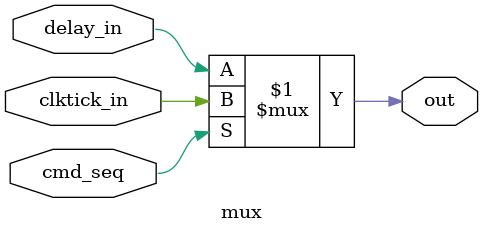
<source format=sv>
module mux (
    input   logic       clktick_in,
    input   logic       delay_in,
    input   logic       cmd_seq,
    output  logic       out
);

assign out = cmd_seq ? clktick_in : delay_in;

endmodule

</source>
